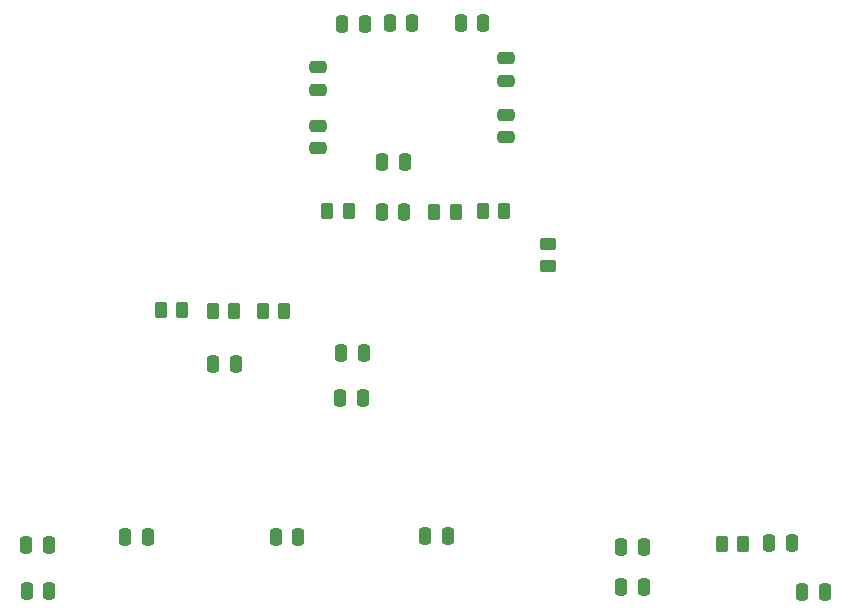
<source format=gbp>
G04 #@! TF.GenerationSoftware,KiCad,Pcbnew,8.0.5*
G04 #@! TF.CreationDate,2024-10-19T15:21:04+01:00*
G04 #@! TF.ProjectId,GfxVGA,47667856-4741-42e6-9b69-6361645f7063,rev?*
G04 #@! TF.SameCoordinates,Original*
G04 #@! TF.FileFunction,Paste,Bot*
G04 #@! TF.FilePolarity,Positive*
%FSLAX46Y46*%
G04 Gerber Fmt 4.6, Leading zero omitted, Abs format (unit mm)*
G04 Created by KiCad (PCBNEW 8.0.5) date 2024-10-19 15:21:04*
%MOMM*%
%LPD*%
G01*
G04 APERTURE LIST*
G04 Aperture macros list*
%AMRoundRect*
0 Rectangle with rounded corners*
0 $1 Rounding radius*
0 $2 $3 $4 $5 $6 $7 $8 $9 X,Y pos of 4 corners*
0 Add a 4 corners polygon primitive as box body*
4,1,4,$2,$3,$4,$5,$6,$7,$8,$9,$2,$3,0*
0 Add four circle primitives for the rounded corners*
1,1,$1+$1,$2,$3*
1,1,$1+$1,$4,$5*
1,1,$1+$1,$6,$7*
1,1,$1+$1,$8,$9*
0 Add four rect primitives between the rounded corners*
20,1,$1+$1,$2,$3,$4,$5,0*
20,1,$1+$1,$4,$5,$6,$7,0*
20,1,$1+$1,$6,$7,$8,$9,0*
20,1,$1+$1,$8,$9,$2,$3,0*%
G04 Aperture macros list end*
%ADD10RoundRect,0.250000X-0.250000X-0.475000X0.250000X-0.475000X0.250000X0.475000X-0.250000X0.475000X0*%
%ADD11RoundRect,0.250000X-0.475000X0.250000X-0.475000X-0.250000X0.475000X-0.250000X0.475000X0.250000X0*%
%ADD12RoundRect,0.250000X0.262500X0.450000X-0.262500X0.450000X-0.262500X-0.450000X0.262500X-0.450000X0*%
%ADD13RoundRect,0.250000X0.475000X-0.250000X0.475000X0.250000X-0.475000X0.250000X-0.475000X-0.250000X0*%
%ADD14RoundRect,0.250000X0.250000X0.475000X-0.250000X0.475000X-0.250000X-0.475000X0.250000X-0.475000X0*%
%ADD15RoundRect,0.250000X-0.450000X0.262500X-0.450000X-0.262500X0.450000X-0.262500X0.450000X0.262500X0*%
%ADD16RoundRect,0.250000X-0.262500X-0.450000X0.262500X-0.450000X0.262500X0.450000X-0.262500X0.450000X0*%
G04 APERTURE END LIST*
D10*
X183164400Y-128727200D03*
X185064400Y-128727200D03*
D11*
X160833000Y-87650400D03*
X160833000Y-89550400D03*
D10*
X170611800Y-129057400D03*
X172511800Y-129057400D03*
D12*
X142100000Y-109075000D03*
X140275000Y-109075000D03*
D13*
X160883800Y-94325600D03*
X160883800Y-92425600D03*
D12*
X147574200Y-100553600D03*
X145749200Y-100553600D03*
X137875000Y-109025000D03*
X136050000Y-109025000D03*
D10*
X157023000Y-84704000D03*
X158923000Y-84704000D03*
D14*
X152247800Y-100655200D03*
X150347800Y-100655200D03*
X148895000Y-84754800D03*
X146995000Y-84754800D03*
D10*
X128650000Y-128200000D03*
X130550000Y-128200000D03*
D14*
X138000000Y-113500000D03*
X136100000Y-113500000D03*
D10*
X120243600Y-128828800D03*
X122143600Y-128828800D03*
D15*
X164389000Y-103402200D03*
X164389000Y-105227200D03*
D16*
X158902600Y-100604400D03*
X160727600Y-100604400D03*
D10*
X154025000Y-128125000D03*
X155925000Y-128125000D03*
D16*
X179124600Y-128778000D03*
X180949600Y-128778000D03*
D12*
X133475000Y-108975000D03*
X131650000Y-108975000D03*
D14*
X152908200Y-84704000D03*
X151008200Y-84704000D03*
D11*
X144983400Y-88412400D03*
X144983400Y-90312400D03*
X144932600Y-93390800D03*
X144932600Y-95290800D03*
D10*
X146831800Y-116382000D03*
X148731800Y-116382000D03*
X120294400Y-132740400D03*
X122194400Y-132740400D03*
D14*
X152298600Y-96438800D03*
X150398600Y-96438800D03*
D10*
X170637200Y-132384800D03*
X172537200Y-132384800D03*
X141375000Y-128200000D03*
X143275000Y-128200000D03*
X146933400Y-112572000D03*
X148833400Y-112572000D03*
D16*
X154787800Y-100655200D03*
X156612800Y-100655200D03*
D14*
X187850000Y-132825000D03*
X185950000Y-132825000D03*
M02*

</source>
